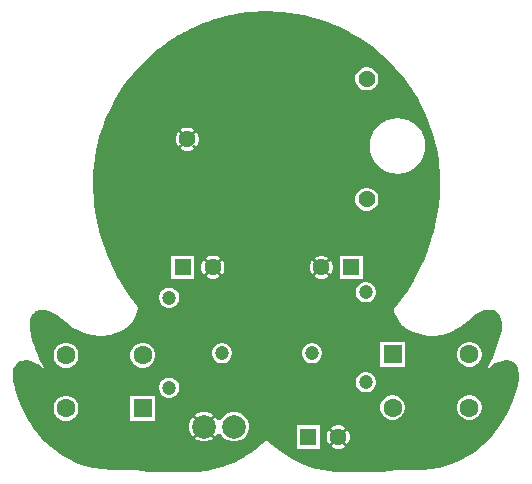
<source format=gbl>
G04*
G04 #@! TF.GenerationSoftware,Altium Limited,Altium Designer,24.6.1 (21)*
G04*
G04 Layer_Physical_Order=2*
G04 Layer_Color=16711680*
%FSLAX44Y44*%
%MOMM*%
G71*
G04*
G04 #@! TF.SameCoordinates,2E3D242D-4B2C-4A0A-BB91-E4F699BAA1E9*
G04*
G04*
G04 #@! TF.FilePolarity,Positive*
G04*
G01*
G75*
%ADD19C,1.4500*%
%ADD20R,1.4500X1.4500*%
%ADD24C,2.0000*%
%ADD25C,1.6000*%
%ADD26R,1.6000X1.6000*%
%ADD27C,1.2000*%
%ADD28C,1.4380*%
G36*
X8031Y144214D02*
X13903Y143813D01*
X19957Y143120D01*
X25811Y142190D01*
X31592Y141077D01*
X39688Y139108D01*
X46618Y136992D01*
X54222Y134239D01*
X55426Y133728D01*
X60258Y131741D01*
X65091Y129388D01*
X68538Y127619D01*
X72185Y125650D01*
X78567Y121893D01*
X84168Y118128D01*
X89000Y114750D01*
X92250Y112500D01*
X95250Y110000D01*
X97569Y107779D01*
X102821Y102818D01*
X108802Y96728D01*
X111319Y93883D01*
X115148Y89360D01*
X118650Y84801D01*
X123172Y78309D01*
X125616Y74407D01*
X127695Y71052D01*
X130795Y65289D01*
X133348Y60146D01*
X134114Y58615D01*
X136521Y52779D01*
X139366Y45120D01*
X140897Y40160D01*
X141791Y37115D01*
X142721Y33413D01*
X143815Y28489D01*
X144654Y24222D01*
X145493Y18860D01*
X146186Y13937D01*
X146532Y7718D01*
X146824Y-196D01*
X146623Y-7217D01*
X146313Y-13362D01*
X146040Y-16845D01*
X145529Y-20128D01*
X145128Y-23957D01*
X144235Y-29155D01*
X143523Y-32783D01*
X142502Y-37525D01*
X141335Y-42011D01*
X140296Y-45749D01*
X139110Y-49743D01*
X137578Y-54375D01*
X136193Y-58423D01*
X134788Y-61906D01*
X134515Y-62544D01*
X132764Y-66811D01*
X130722Y-71480D01*
X129044Y-74762D01*
X127385Y-78136D01*
X125871Y-80999D01*
X124303Y-83880D01*
X121805Y-88020D01*
X119343Y-91977D01*
X116279Y-96426D01*
X114018Y-99709D01*
X111246Y-103429D01*
X108985Y-106274D01*
X107891Y-107769D01*
Y-109848D01*
X108693Y-111891D01*
X109896Y-114772D01*
X111884Y-117890D01*
X113580Y-120060D01*
X115440Y-121920D01*
X118650Y-124400D01*
X122461Y-126534D01*
X127038Y-128339D01*
X132910Y-129616D01*
X137141Y-130126D01*
X142502Y-130054D01*
X147500Y-129500D01*
X151620Y-128412D01*
X157310Y-126370D01*
X160300Y-124838D01*
X163619Y-122759D01*
X167066Y-120042D01*
X170075Y-117398D01*
X173941Y-114261D01*
X177333Y-111890D01*
X180779Y-110049D01*
X184025Y-108845D01*
X187946Y-108243D01*
X190645Y-108353D01*
X192286Y-108754D01*
X194110Y-109520D01*
X196043Y-110979D01*
X197830Y-113422D01*
X198705Y-115720D01*
X199289Y-119331D01*
X199252Y-121556D01*
X198887Y-125932D01*
X197684Y-131221D01*
X196116Y-136728D01*
X194474Y-141360D01*
X192468Y-146210D01*
X191192Y-148946D01*
X190171Y-151280D01*
X188347Y-154927D01*
X187472Y-156532D01*
X187326Y-157043D01*
X188092Y-157298D01*
X191812Y-154599D01*
X191885Y-154560D01*
X195423Y-152666D01*
X199945Y-151243D01*
X201915Y-151061D01*
X204249Y-151134D01*
X205543Y-151298D01*
X207239Y-151863D01*
X208607Y-152429D01*
X209756Y-153213D01*
X211543Y-155219D01*
X213038Y-158757D01*
X213622Y-162915D01*
X213385Y-166580D01*
X212601Y-171558D01*
X211762Y-175096D01*
X210230Y-179947D01*
X209318Y-182536D01*
X208279Y-185399D01*
X206692Y-189065D01*
X204905Y-193113D01*
X203118Y-196687D01*
X200966Y-200626D01*
X197830Y-205623D01*
X195751Y-208577D01*
X193654Y-211367D01*
X191630Y-213865D01*
X188493Y-217294D01*
X185721Y-220138D01*
X183351Y-222436D01*
X179922Y-225390D01*
X176056Y-228454D01*
X172409Y-230971D01*
X169054Y-233159D01*
X164385Y-235712D01*
X158367Y-238302D01*
X153644Y-239925D01*
X148812Y-241292D01*
X144946Y-242094D01*
X139329Y-243043D01*
X132144Y-243809D01*
X127731Y-244173D01*
X124376Y-244283D01*
X120054Y-244301D01*
X115732Y-244319D01*
X114054Y-244210D01*
X110480Y-243955D01*
X108292Y-244137D01*
X105520Y-244575D01*
X102785Y-245085D01*
X99575Y-245377D01*
X96329Y-245632D01*
X93229Y-245888D01*
X89600Y-245979D01*
X86226Y-245888D01*
X81412Y-245486D01*
X77200Y-245213D01*
X76488Y-245195D01*
X73954Y-245541D01*
X70288Y-245888D01*
X67225Y-245997D01*
X61681Y-245924D01*
X57705Y-245523D01*
X52672Y-245085D01*
X47566Y-244210D01*
X42278Y-242970D01*
X38558Y-241912D01*
X33853Y-240417D01*
X28017Y-238046D01*
X23057Y-235676D01*
X21161Y-234581D01*
X18754Y-233268D01*
X16055Y-231554D01*
X13356Y-229767D01*
X11058Y-228053D01*
X7849Y-225573D01*
X4420Y-222582D01*
X2068Y-220449D01*
X554Y-218899D01*
X-339Y-218187D01*
X-1743Y-219263D01*
X-4242Y-221652D01*
X-7105Y-224260D01*
X-9913Y-226558D01*
X-13560Y-229329D01*
X-16515Y-231408D01*
X-19761Y-233378D01*
X-23262Y-235347D01*
X-25997Y-236806D01*
X-30848Y-238922D01*
X-34969Y-240526D01*
X-37522Y-241402D01*
X-41352Y-242532D01*
X-45254Y-243480D01*
X-50068Y-244465D01*
X-53533Y-245085D01*
X-57472Y-245450D01*
X-62870Y-245888D01*
X-67721Y-245961D01*
X-73502Y-245651D01*
X-78954Y-245195D01*
X-82784Y-245486D01*
X-86577Y-245815D01*
X-94527Y-245888D01*
X-100144Y-245450D01*
X-105724Y-244830D01*
X-110320Y-244028D01*
X-111779Y-243955D01*
X-115098Y-244210D01*
X-121790Y-244301D01*
X-126003Y-244319D01*
X-128045Y-244210D01*
X-132969Y-243882D01*
X-138221Y-243407D01*
X-146719Y-242058D01*
X-154049Y-240271D01*
X-161562Y-237718D01*
X-165775Y-235840D01*
X-171227Y-232721D01*
X-174948Y-230387D01*
X-179580Y-226959D01*
X-182898Y-224260D01*
X-185342Y-222035D01*
X-187476Y-219974D01*
X-190813Y-216491D01*
X-193329Y-213683D01*
X-195408Y-211130D01*
X-197742Y-208030D01*
X-199858Y-204966D01*
X-202119Y-201319D01*
X-204891Y-196286D01*
X-206423Y-193150D01*
X-208082Y-189521D01*
X-209851Y-185417D01*
X-210872Y-182536D01*
X-212605Y-177631D01*
X-213097Y-175753D01*
X-213535Y-174294D01*
X-214228Y-171339D01*
X-214592Y-169224D01*
X-214811Y-167255D01*
X-215103Y-165431D01*
X-215139Y-162841D01*
X-214975Y-160854D01*
X-214592Y-158720D01*
X-213881Y-156623D01*
X-212659Y-154672D01*
X-210690Y-152848D01*
X-209176Y-151991D01*
X-206714Y-151243D01*
X-204563Y-151061D01*
X-202557Y-151134D01*
X-199639Y-151718D01*
X-196320Y-152994D01*
X-193566Y-154471D01*
X-193465Y-154541D01*
X-193465Y-154541D01*
X-190922Y-156277D01*
X-189700Y-157280D01*
X-188916Y-157334D01*
X-189609Y-155620D01*
X-190667Y-153432D01*
X-191121Y-152508D01*
X-191761Y-151207D01*
X-192746Y-149019D01*
X-194515Y-145025D01*
X-196065Y-141287D01*
X-196466Y-139937D01*
X-197888Y-136217D01*
X-198691Y-133591D01*
X-199566Y-130126D01*
X-199967Y-128266D01*
X-200405Y-126151D01*
X-200733Y-124218D01*
X-200879Y-122103D01*
X-200842Y-120060D01*
X-200806Y-118018D01*
X-200549Y-116562D01*
X-200336Y-115820D01*
X-200160Y-115219D01*
X-199947Y-114494D01*
X-199665Y-113910D01*
X-199346Y-113274D01*
X-199028Y-112814D01*
X-198639Y-112072D01*
X-198232Y-111612D01*
X-197437Y-110745D01*
X-196624Y-110109D01*
X-195899Y-109614D01*
X-194873Y-109119D01*
X-193742Y-108695D01*
X-192946Y-108429D01*
X-192115Y-108235D01*
X-191355Y-108182D01*
X-190223Y-108146D01*
X-189145Y-108182D01*
X-187801Y-108288D01*
X-186493Y-108500D01*
X-185061Y-108942D01*
X-183717Y-109419D01*
X-182426Y-109985D01*
X-181171Y-110586D01*
X-179470Y-111562D01*
X-176151Y-113823D01*
X-173197Y-116158D01*
X-169841Y-119003D01*
X-166158Y-122030D01*
X-164006Y-123598D01*
X-159939Y-125768D01*
X-156493Y-127318D01*
X-151825Y-128741D01*
X-147047Y-129689D01*
X-142123Y-130163D01*
X-137455Y-130090D01*
X-134500Y-129616D01*
X-131692Y-129215D01*
X-128154Y-128230D01*
X-123340Y-126187D01*
X-119584Y-123890D01*
X-117578Y-122394D01*
X-115973Y-120935D01*
X-113639Y-118164D01*
X-112180Y-115975D01*
X-110684Y-113021D01*
X-109517Y-110176D01*
X-109298Y-107696D01*
X-109262Y-106566D01*
X-110283Y-104888D01*
X-112544Y-101897D01*
X-115717Y-97557D01*
X-117750Y-94500D01*
X-119401Y-92123D01*
X-122136Y-87746D01*
X-124507Y-83588D01*
X-126477Y-80233D01*
X-128556Y-76258D01*
X-131109Y-71006D01*
X-133023Y-66757D01*
X-135048Y-61851D01*
X-136415Y-58149D01*
X-137819Y-54338D01*
X-139442Y-49542D01*
X-140810Y-44673D01*
X-141795Y-40953D01*
X-142707Y-37160D01*
X-143728Y-32783D01*
X-144311Y-29355D01*
X-145132Y-24705D01*
X-145916Y-18924D01*
X-146481Y-12961D01*
X-146864Y-7034D01*
X-146937Y-3168D01*
X-146901Y3433D01*
X-146719Y8721D01*
X-146190Y13846D01*
X-145351Y20593D01*
X-144348Y26483D01*
X-143618Y30276D01*
X-142688Y34051D01*
X-141649Y37789D01*
X-140810Y40890D01*
X-139679Y44500D01*
X-138075Y49096D01*
X-136579Y53035D01*
X-135011Y56828D01*
X-133771Y59454D01*
X-132130Y62991D01*
X-130543Y65964D01*
X-128957Y68863D01*
X-126841Y72620D01*
X-123997Y77215D01*
X-121444Y80899D01*
X-118818Y84619D01*
X-115608Y88923D01*
X-113639Y91330D01*
X-111377Y93883D01*
X-108168Y97530D01*
X-105633Y100211D01*
X-102515Y103256D01*
X-100509Y105116D01*
X-96789Y108471D01*
X-94345Y110550D01*
X-92376Y112155D01*
X-90698Y113541D01*
X-88947Y114781D01*
X-87197Y116167D01*
X-85008Y117626D01*
X-82893Y119158D01*
X-80632Y120689D01*
X-78772Y121857D01*
X-76474Y123243D01*
X-74833Y124227D01*
X-72535Y125577D01*
X-70566Y126598D01*
X-69325Y127327D01*
X-67867Y128130D01*
X-66335Y128932D01*
X-63545Y130190D01*
X-60718Y131558D01*
X-55758Y133673D01*
X-53643Y134549D01*
X-50926Y135552D01*
X-48373Y136427D01*
X-46531Y137065D01*
X-44415Y137649D01*
X-40458Y138907D01*
X-37559Y139691D01*
X-35334Y140238D01*
X-30337Y141296D01*
X-25888Y142171D01*
X-22386Y142828D01*
X-17007Y143539D01*
X-10989Y144013D01*
X-5026Y144433D01*
X2451Y144542D01*
X8031Y144214D01*
D02*
G37*
%LPC*%
G36*
X86026Y96940D02*
X83474D01*
X81010Y96280D01*
X78800Y95004D01*
X76996Y93200D01*
X75720Y90990D01*
X75060Y88526D01*
Y85974D01*
X75720Y83510D01*
X76996Y81300D01*
X78800Y79496D01*
X81010Y78220D01*
X83474Y77560D01*
X86026D01*
X88490Y78220D01*
X90700Y79496D01*
X92504Y81300D01*
X93780Y83510D01*
X94440Y85974D01*
Y88526D01*
X93780Y90990D01*
X92504Y93200D01*
X90700Y95004D01*
X88490Y96280D01*
X86026Y96940D01*
D02*
G37*
G36*
X-65974Y45940D02*
X-68526D01*
X-70990Y45280D01*
X-73200Y44004D01*
X-73218Y43986D01*
X-71183Y41951D01*
X-72951Y40183D01*
X-74986Y42218D01*
X-75004Y42200D01*
X-76280Y39990D01*
X-76940Y37526D01*
Y34974D01*
X-76280Y32510D01*
X-75004Y30300D01*
X-74986Y30282D01*
X-72951Y32317D01*
X-71183Y30549D01*
X-73218Y28514D01*
X-73200Y28496D01*
X-70990Y27220D01*
X-68526Y26560D01*
X-65974D01*
X-63510Y27220D01*
X-61300Y28496D01*
X-61282Y28514D01*
X-63317Y30549D01*
X-61549Y32317D01*
X-59514Y30282D01*
X-59496Y30300D01*
X-58220Y32510D01*
X-57560Y34974D01*
Y37526D01*
X-58220Y39990D01*
X-59496Y42200D01*
X-59514Y42218D01*
X-61549Y40183D01*
X-63317Y41951D01*
X-61282Y43986D01*
X-61300Y44004D01*
X-63510Y45280D01*
X-65974Y45940D01*
D02*
G37*
G36*
X110750Y54114D02*
X106143Y53660D01*
X101713Y52316D01*
X97631Y50134D01*
X94053Y47197D01*
X91116Y43619D01*
X88934Y39536D01*
X87590Y35107D01*
X87136Y30500D01*
X87590Y25893D01*
X88934Y21463D01*
X91116Y17381D01*
X94053Y13803D01*
X97631Y10866D01*
X101713Y8684D01*
X106143Y7340D01*
X110750Y6886D01*
X115357Y7340D01*
X119787Y8684D01*
X123869Y10866D01*
X127447Y13803D01*
X130384Y17381D01*
X132566Y21463D01*
X133910Y25893D01*
X134364Y30500D01*
X133910Y35107D01*
X132566Y39536D01*
X130384Y43619D01*
X127447Y47197D01*
X123869Y50134D01*
X119787Y52316D01*
X115357Y53660D01*
X110750Y54114D01*
D02*
G37*
G36*
X86026Y-5060D02*
X83474D01*
X81010Y-5720D01*
X78800Y-6996D01*
X76996Y-8800D01*
X75720Y-11010D01*
X75060Y-13474D01*
Y-16026D01*
X75720Y-18490D01*
X76996Y-20700D01*
X78800Y-22504D01*
X81010Y-23780D01*
X83474Y-24440D01*
X86026D01*
X88490Y-23780D01*
X90700Y-22504D01*
X92504Y-20700D01*
X93780Y-18490D01*
X94440Y-16026D01*
Y-13474D01*
X93780Y-11010D01*
X92504Y-8800D01*
X90700Y-6996D01*
X88490Y-5720D01*
X86026Y-5060D01*
D02*
G37*
G36*
X-44266Y-62486D02*
X-46834D01*
X-49313Y-63150D01*
X-51537Y-64434D01*
X-51560Y-64458D01*
X-49526Y-66492D01*
X-51294Y-68260D01*
X-53328Y-66225D01*
X-53352Y-66249D01*
X-54636Y-68472D01*
X-55300Y-70952D01*
Y-73520D01*
X-54636Y-75999D01*
X-53352Y-78222D01*
X-53328Y-78246D01*
X-51294Y-76212D01*
X-49526Y-77980D01*
X-51560Y-80014D01*
X-51537Y-80038D01*
X-49313Y-81321D01*
X-46834Y-81986D01*
X-44266D01*
X-41787Y-81321D01*
X-39563Y-80038D01*
X-39540Y-80014D01*
X-41574Y-77980D01*
X-39806Y-76212D01*
X-37772Y-78246D01*
X-37748Y-78222D01*
X-36465Y-75999D01*
X-35800Y-73520D01*
Y-70952D01*
X-36465Y-68472D01*
X-37748Y-66249D01*
X-37772Y-66225D01*
X-39806Y-68260D01*
X-41574Y-66492D01*
X-39540Y-64458D01*
X-39563Y-64434D01*
X-41787Y-63150D01*
X-44266Y-62486D01*
D02*
G37*
G36*
X47584Y-62514D02*
X45016D01*
X42537Y-63179D01*
X40313Y-64462D01*
X40290Y-64486D01*
X42324Y-66520D01*
X40556Y-68288D01*
X38522Y-66254D01*
X38498Y-66277D01*
X37215Y-68501D01*
X36550Y-70981D01*
Y-73548D01*
X37215Y-76027D01*
X38498Y-78251D01*
X38522Y-78274D01*
X40556Y-76240D01*
X42324Y-78008D01*
X40290Y-80042D01*
X40313Y-80066D01*
X42537Y-81350D01*
X45016Y-82014D01*
X47584D01*
X50063Y-81350D01*
X52287Y-80066D01*
X52310Y-80042D01*
X50276Y-78008D01*
X52044Y-76240D01*
X54078Y-78274D01*
X54102Y-78251D01*
X55385Y-76027D01*
X56050Y-73548D01*
Y-70981D01*
X55385Y-68501D01*
X54102Y-66277D01*
X54078Y-66254D01*
X52044Y-68288D01*
X50276Y-66520D01*
X52310Y-64486D01*
X52287Y-64462D01*
X50063Y-63179D01*
X47584Y-62514D01*
D02*
G37*
G36*
X-61200Y-62486D02*
X-80700D01*
Y-81986D01*
X-61200D01*
Y-62486D01*
D02*
G37*
G36*
X81450Y-62514D02*
X61950D01*
Y-82014D01*
X81450D01*
Y-62514D01*
D02*
G37*
G36*
X84869Y-84900D02*
X82631D01*
X80469Y-85479D01*
X78531Y-86598D01*
X76948Y-88181D01*
X75829Y-90119D01*
X75250Y-92281D01*
Y-94519D01*
X75829Y-96681D01*
X76948Y-98619D01*
X78531Y-100202D01*
X80469Y-101321D01*
X82631Y-101900D01*
X84869D01*
X87031Y-101321D01*
X88969Y-100202D01*
X90552Y-98619D01*
X91671Y-96681D01*
X92250Y-94519D01*
Y-92281D01*
X91671Y-90119D01*
X90552Y-88181D01*
X88969Y-86598D01*
X87031Y-85479D01*
X84869Y-84900D01*
D02*
G37*
G36*
X-81381Y-89400D02*
X-83619D01*
X-85781Y-89979D01*
X-87719Y-91098D01*
X-89302Y-92681D01*
X-90421Y-94619D01*
X-91000Y-96781D01*
Y-99019D01*
X-90421Y-101181D01*
X-89302Y-103119D01*
X-87719Y-104702D01*
X-85781Y-105821D01*
X-83619Y-106400D01*
X-81381D01*
X-79219Y-105821D01*
X-77281Y-104702D01*
X-75698Y-103119D01*
X-74579Y-101181D01*
X-74000Y-99019D01*
Y-96781D01*
X-74579Y-94619D01*
X-75698Y-92681D01*
X-77281Y-91098D01*
X-79219Y-89979D01*
X-81381Y-89400D01*
D02*
G37*
G36*
X39469Y-136500D02*
X37231D01*
X35069Y-137079D01*
X33131Y-138198D01*
X31548Y-139781D01*
X30429Y-141719D01*
X29850Y-143881D01*
Y-146119D01*
X30429Y-148281D01*
X31548Y-150219D01*
X33131Y-151802D01*
X35069Y-152921D01*
X37231Y-153500D01*
X39469D01*
X41631Y-152921D01*
X43569Y-151802D01*
X45152Y-150219D01*
X46271Y-148281D01*
X46850Y-146119D01*
Y-143881D01*
X46271Y-141719D01*
X45152Y-139781D01*
X43569Y-138198D01*
X41631Y-137079D01*
X39469Y-136500D01*
D02*
G37*
G36*
X-36731D02*
X-38969D01*
X-41131Y-137079D01*
X-43069Y-138198D01*
X-44652Y-139781D01*
X-45771Y-141719D01*
X-46350Y-143881D01*
Y-146119D01*
X-45771Y-148281D01*
X-44652Y-150219D01*
X-43069Y-151802D01*
X-41131Y-152921D01*
X-38969Y-153500D01*
X-36731D01*
X-34569Y-152921D01*
X-32631Y-151802D01*
X-31048Y-150219D01*
X-29929Y-148281D01*
X-29350Y-146119D01*
Y-143881D01*
X-29929Y-141719D01*
X-31048Y-139781D01*
X-32631Y-138198D01*
X-34569Y-137079D01*
X-36731Y-136500D01*
D02*
G37*
G36*
X172882Y-135500D02*
X170118D01*
X167447Y-136216D01*
X165053Y-137598D01*
X163098Y-139553D01*
X161716Y-141947D01*
X161000Y-144618D01*
Y-147382D01*
X161716Y-150053D01*
X163098Y-152447D01*
X165053Y-154402D01*
X167447Y-155784D01*
X170118Y-156500D01*
X172882D01*
X175553Y-155784D01*
X177947Y-154402D01*
X179902Y-152447D01*
X181284Y-150053D01*
X182000Y-147382D01*
Y-144618D01*
X181284Y-141947D01*
X179902Y-139553D01*
X177947Y-137598D01*
X175553Y-136216D01*
X172882Y-135500D01*
D02*
G37*
G36*
X117000D02*
X96000D01*
Y-156500D01*
X117000D01*
Y-135500D01*
D02*
G37*
G36*
X-103618Y-136250D02*
X-106382D01*
X-109053Y-136966D01*
X-111447Y-138348D01*
X-113402Y-140303D01*
X-114784Y-142697D01*
X-115500Y-145368D01*
Y-148132D01*
X-114784Y-150803D01*
X-113402Y-153197D01*
X-111447Y-155152D01*
X-109053Y-156534D01*
X-106382Y-157250D01*
X-103618D01*
X-100947Y-156534D01*
X-98553Y-155152D01*
X-96598Y-153197D01*
X-95216Y-150803D01*
X-94500Y-148132D01*
Y-145368D01*
X-95216Y-142697D01*
X-96598Y-140303D01*
X-98553Y-138348D01*
X-100947Y-136966D01*
X-103618Y-136250D01*
D02*
G37*
G36*
X-168618D02*
X-171382D01*
X-174053Y-136966D01*
X-176447Y-138348D01*
X-178402Y-140303D01*
X-179784Y-142697D01*
X-180500Y-145368D01*
Y-148132D01*
X-179784Y-150803D01*
X-178402Y-153197D01*
X-176447Y-155152D01*
X-174053Y-156534D01*
X-171382Y-157250D01*
X-168618D01*
X-165947Y-156534D01*
X-163553Y-155152D01*
X-161598Y-153197D01*
X-160216Y-150803D01*
X-159500Y-148132D01*
Y-145368D01*
X-160216Y-142697D01*
X-161598Y-140303D01*
X-163553Y-138348D01*
X-165947Y-136966D01*
X-168618Y-136250D01*
D02*
G37*
G36*
X84869Y-161100D02*
X82631D01*
X80469Y-161679D01*
X78531Y-162798D01*
X76948Y-164381D01*
X75829Y-166319D01*
X75250Y-168481D01*
Y-170719D01*
X75829Y-172881D01*
X76948Y-174819D01*
X78531Y-176402D01*
X80469Y-177521D01*
X82631Y-178100D01*
X84869D01*
X87031Y-177521D01*
X88969Y-176402D01*
X90552Y-174819D01*
X91671Y-172881D01*
X92250Y-170719D01*
Y-168481D01*
X91671Y-166319D01*
X90552Y-164381D01*
X88969Y-162798D01*
X87031Y-161679D01*
X84869Y-161100D01*
D02*
G37*
G36*
X-81381Y-165600D02*
X-83619D01*
X-85781Y-166179D01*
X-87719Y-167298D01*
X-89302Y-168881D01*
X-90421Y-170819D01*
X-91000Y-172981D01*
Y-175219D01*
X-90421Y-177381D01*
X-89302Y-179319D01*
X-87719Y-180902D01*
X-85781Y-182021D01*
X-83619Y-182600D01*
X-81381D01*
X-79219Y-182021D01*
X-77281Y-180902D01*
X-75698Y-179319D01*
X-74579Y-177381D01*
X-74000Y-175219D01*
Y-172981D01*
X-74579Y-170819D01*
X-75698Y-168881D01*
X-77281Y-167298D01*
X-79219Y-166179D01*
X-81381Y-165600D01*
D02*
G37*
G36*
X-26104Y-194750D02*
X-29396D01*
X-32575Y-195602D01*
X-35425Y-197248D01*
X-37752Y-199575D01*
X-38801Y-201392D01*
X-38952Y-201449D01*
X-41948D01*
X-42099Y-201392D01*
X-43148Y-199575D01*
X-43427Y-199295D01*
X-45440Y-201308D01*
X-47208Y-199540D01*
X-45195Y-197527D01*
X-45475Y-197248D01*
X-48325Y-195602D01*
X-51504Y-194750D01*
X-54796D01*
X-57975Y-195602D01*
X-60825Y-197248D01*
X-61105Y-197527D01*
X-59092Y-199540D01*
X-60860Y-201308D01*
X-62873Y-199295D01*
X-63152Y-199575D01*
X-64798Y-202425D01*
X-65650Y-205604D01*
Y-208896D01*
X-64798Y-212075D01*
X-63152Y-214925D01*
X-62873Y-215205D01*
X-60860Y-213192D01*
X-59092Y-214960D01*
X-61105Y-216973D01*
X-60825Y-217253D01*
X-57975Y-218898D01*
X-54796Y-219750D01*
X-51504D01*
X-48325Y-218898D01*
X-45475Y-217253D01*
X-45195Y-216973D01*
X-47208Y-214960D01*
X-45440Y-213192D01*
X-43427Y-215205D01*
X-43148Y-214925D01*
X-42099Y-213109D01*
X-41948Y-213051D01*
X-38952D01*
X-38801Y-213109D01*
X-37752Y-214925D01*
X-35425Y-217253D01*
X-32575Y-218898D01*
X-29396Y-219750D01*
X-26104D01*
X-22925Y-218898D01*
X-20075Y-217253D01*
X-17747Y-214925D01*
X-16102Y-212075D01*
X-15250Y-208896D01*
Y-205604D01*
X-16102Y-202425D01*
X-17747Y-199575D01*
X-20075Y-197248D01*
X-22925Y-195602D01*
X-26104Y-194750D01*
D02*
G37*
G36*
X172882Y-180500D02*
X170118D01*
X167447Y-181216D01*
X165053Y-182598D01*
X163098Y-184553D01*
X161716Y-186947D01*
X161000Y-189618D01*
Y-192382D01*
X161716Y-195053D01*
X163098Y-197447D01*
X165053Y-199402D01*
X167447Y-200784D01*
X170118Y-201500D01*
X172882D01*
X175553Y-200784D01*
X177947Y-199402D01*
X179902Y-197447D01*
X181284Y-195053D01*
X182000Y-192382D01*
Y-189618D01*
X181284Y-186947D01*
X179902Y-184553D01*
X177947Y-182598D01*
X175553Y-181216D01*
X172882Y-180500D01*
D02*
G37*
G36*
X107882D02*
X105118D01*
X102447Y-181216D01*
X100053Y-182598D01*
X98098Y-184553D01*
X96716Y-186947D01*
X96000Y-189618D01*
Y-192382D01*
X96716Y-195053D01*
X98098Y-197447D01*
X100053Y-199402D01*
X102447Y-200784D01*
X105118Y-201500D01*
X107882D01*
X110553Y-200784D01*
X112947Y-199402D01*
X114902Y-197447D01*
X116284Y-195053D01*
X117000Y-192382D01*
Y-189618D01*
X116284Y-186947D01*
X114902Y-184553D01*
X112947Y-182598D01*
X110553Y-181216D01*
X107882Y-180500D01*
D02*
G37*
G36*
X-94500Y-181250D02*
X-115500D01*
Y-202250D01*
X-94500D01*
Y-181250D01*
D02*
G37*
G36*
X-168618D02*
X-171382D01*
X-174053Y-181966D01*
X-176447Y-183348D01*
X-178402Y-185303D01*
X-179784Y-187697D01*
X-180500Y-190368D01*
Y-193132D01*
X-179784Y-195803D01*
X-178402Y-198197D01*
X-176447Y-200152D01*
X-174053Y-201534D01*
X-171382Y-202250D01*
X-168618D01*
X-165947Y-201534D01*
X-163553Y-200152D01*
X-161598Y-198197D01*
X-160216Y-195803D01*
X-159500Y-193132D01*
Y-190368D01*
X-160216Y-187697D01*
X-161598Y-185303D01*
X-163553Y-183348D01*
X-165947Y-181966D01*
X-168618Y-181250D01*
D02*
G37*
G36*
X61734Y-206236D02*
X59166D01*
X56687Y-206900D01*
X54463Y-208184D01*
X54440Y-208208D01*
X56474Y-210242D01*
X54706Y-212010D01*
X52672Y-209975D01*
X52648Y-209999D01*
X51364Y-212222D01*
X50700Y-214702D01*
Y-217269D01*
X51364Y-219749D01*
X52648Y-221973D01*
X52672Y-221996D01*
X54706Y-219962D01*
X56474Y-221730D01*
X54440Y-223764D01*
X54463Y-223788D01*
X56687Y-225071D01*
X59166Y-225736D01*
X61734D01*
X64213Y-225071D01*
X66437Y-223788D01*
X66460Y-223764D01*
X64426Y-221730D01*
X66194Y-219962D01*
X68228Y-221996D01*
X68252Y-221973D01*
X69535Y-219749D01*
X70200Y-217269D01*
Y-214702D01*
X69535Y-212222D01*
X68252Y-209999D01*
X68228Y-209975D01*
X66194Y-212010D01*
X64426Y-210242D01*
X66460Y-208208D01*
X66437Y-208184D01*
X64213Y-206900D01*
X61734Y-206236D01*
D02*
G37*
G36*
X44800D02*
X25300D01*
Y-225736D01*
X44800D01*
Y-206236D01*
D02*
G37*
%LPD*%
D19*
X60450Y-215986D02*
D03*
X-45550Y-72236D02*
D03*
X46300Y-72264D02*
D03*
D20*
X35050Y-215986D02*
D03*
X-70950Y-72236D02*
D03*
X71700Y-72264D02*
D03*
D24*
X-27750Y-207250D02*
D03*
X-53150D02*
D03*
D25*
X-170000Y-146750D02*
D03*
X-105000D02*
D03*
X-170000Y-191750D02*
D03*
X171500Y-191000D02*
D03*
X106500D02*
D03*
X171500Y-146000D02*
D03*
D26*
X-105000Y-191750D02*
D03*
X106500Y-146000D02*
D03*
D27*
X-37850Y-145000D02*
D03*
X38350D02*
D03*
X-82500Y-174100D02*
D03*
Y-97900D02*
D03*
X83750Y-169600D02*
D03*
Y-93400D02*
D03*
D28*
X-67250Y36250D02*
D03*
X84750Y-14750D02*
D03*
Y87250D02*
D03*
M02*

</source>
